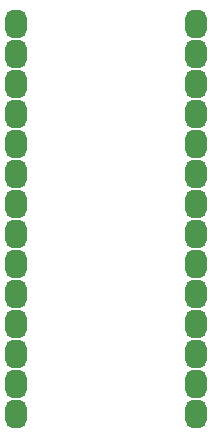
<source format=gbs>
G04 #@! TF.GenerationSoftware,KiCad,Pcbnew,7.0.1-0*
G04 #@! TF.CreationDate,2023-12-28T18:54:55-05:00*
G04 #@! TF.ProjectId,GW28R8128,47573238-5238-4313-9238-2e6b69636164,rev?*
G04 #@! TF.SameCoordinates,Original*
G04 #@! TF.FileFunction,Soldermask,Bot*
G04 #@! TF.FilePolarity,Negative*
%FSLAX46Y46*%
G04 Gerber Fmt 4.6, Leading zero omitted, Abs format (unit mm)*
G04 Created by KiCad (PCBNEW 7.0.1-0) date 2023-12-28 18:54:55*
%MOMM*%
%LPD*%
G01*
G04 APERTURE LIST*
G04 Aperture macros list*
%AMRoundRect*
0 Rectangle with rounded corners*
0 $1 Rounding radius*
0 $2 $3 $4 $5 $6 $7 $8 $9 X,Y pos of 4 corners*
0 Add a 4 corners polygon primitive as box body*
4,1,4,$2,$3,$4,$5,$6,$7,$8,$9,$2,$3,0*
0 Add four circle primitives for the rounded corners*
1,1,$1+$1,$2,$3*
1,1,$1+$1,$4,$5*
1,1,$1+$1,$6,$7*
1,1,$1+$1,$8,$9*
0 Add four rect primitives between the rounded corners*
20,1,$1+$1,$2,$3,$4,$5,0*
20,1,$1+$1,$4,$5,$6,$7,0*
20,1,$1+$1,$6,$7,$8,$9,0*
20,1,$1+$1,$8,$9,$2,$3,0*%
G04 Aperture macros list end*
%ADD10RoundRect,0.645000X-0.255000X-0.545000X0.255000X-0.545000X0.255000X0.545000X-0.255000X0.545000X0*%
G04 APERTURE END LIST*
D10*
X40640000Y-20320000D03*
X40640000Y-22860000D03*
X40640000Y-25400000D03*
X40640000Y-27940000D03*
X40640000Y-30480000D03*
X40640000Y-33020000D03*
X40640000Y-35560000D03*
X40640000Y-38100000D03*
X40640000Y-40640000D03*
X40640000Y-43180000D03*
X40640000Y-45720000D03*
X40640000Y-48260000D03*
X40640000Y-50800000D03*
X40640000Y-53340000D03*
X55880000Y-53340000D03*
X55880000Y-50800000D03*
X55880000Y-48260000D03*
X55880000Y-45720000D03*
X55880000Y-43180000D03*
X55880000Y-40640000D03*
X55880000Y-38100000D03*
X55880000Y-35560000D03*
X55880000Y-33020000D03*
X55880000Y-30480000D03*
X55880000Y-27940000D03*
X55880000Y-25400000D03*
X55880000Y-22860000D03*
X55880000Y-20320000D03*
M02*

</source>
